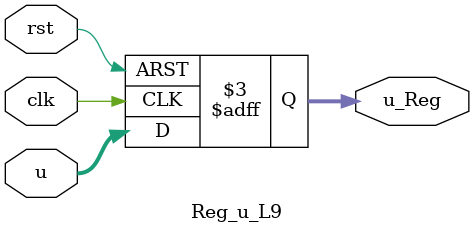
<source format=v>
module Reg_u_L9(u_Reg,clk,rst,u);
output reg [2:0] u_Reg;
input clk,rst;
input [2:0] u;

always @ (posedge clk or negedge rst)
	begin
		if (!rst ) 
			u_Reg<=0; 
		else  
			u_Reg<=u; 
	end
endmodule

</source>
